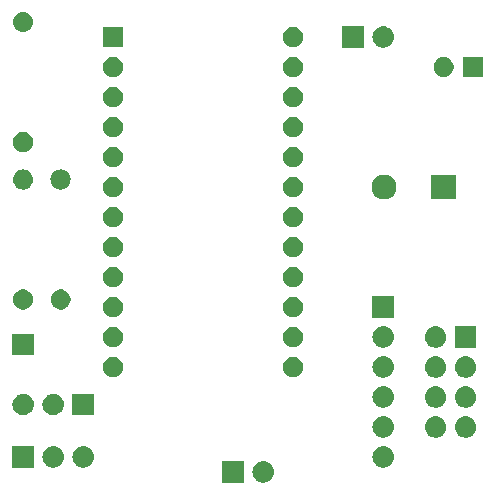
<source format=gbr>
G04 #@! TF.GenerationSoftware,KiCad,Pcbnew,5.0.1*
G04 #@! TF.CreationDate,2019-02-03T14:29:02+01:00*
G04 #@! TF.ProjectId,ardlantic,6172646C616E7469632E6B696361645F,rev?*
G04 #@! TF.SameCoordinates,Original*
G04 #@! TF.FileFunction,Soldermask,Top*
G04 #@! TF.FilePolarity,Negative*
%FSLAX46Y46*%
G04 Gerber Fmt 4.6, Leading zero omitted, Abs format (unit mm)*
G04 Created by KiCad (PCBNEW 5.0.1) date Sun 03 Feb 2019 02:29:02 PM CET*
%MOMM*%
%LPD*%
G01*
G04 APERTURE LIST*
%ADD10C,0.100000*%
G04 APERTURE END LIST*
D10*
G36*
X122030443Y-89275519D02*
X122096627Y-89282037D01*
X122209853Y-89316384D01*
X122266467Y-89333557D01*
X122396363Y-89402989D01*
X122422991Y-89417222D01*
X122458729Y-89446552D01*
X122560186Y-89529814D01*
X122643448Y-89631271D01*
X122672778Y-89667009D01*
X122672779Y-89667011D01*
X122756443Y-89823533D01*
X122756443Y-89823534D01*
X122807963Y-89993373D01*
X122825359Y-90170000D01*
X122807963Y-90346627D01*
X122773616Y-90459853D01*
X122756443Y-90516467D01*
X122682348Y-90655087D01*
X122672778Y-90672991D01*
X122643448Y-90708729D01*
X122560186Y-90810186D01*
X122458729Y-90893448D01*
X122422991Y-90922778D01*
X122422989Y-90922779D01*
X122266467Y-91006443D01*
X122209853Y-91023616D01*
X122096627Y-91057963D01*
X122030442Y-91064482D01*
X121964260Y-91071000D01*
X121875740Y-91071000D01*
X121809558Y-91064482D01*
X121743373Y-91057963D01*
X121630147Y-91023616D01*
X121573533Y-91006443D01*
X121417011Y-90922779D01*
X121417009Y-90922778D01*
X121381271Y-90893448D01*
X121279814Y-90810186D01*
X121196552Y-90708729D01*
X121167222Y-90672991D01*
X121157652Y-90655087D01*
X121083557Y-90516467D01*
X121066384Y-90459853D01*
X121032037Y-90346627D01*
X121014641Y-90170000D01*
X121032037Y-89993373D01*
X121083557Y-89823534D01*
X121083557Y-89823533D01*
X121167221Y-89667011D01*
X121167222Y-89667009D01*
X121196552Y-89631271D01*
X121279814Y-89529814D01*
X121381271Y-89446552D01*
X121417009Y-89417222D01*
X121443637Y-89402989D01*
X121573533Y-89333557D01*
X121630147Y-89316384D01*
X121743373Y-89282037D01*
X121809557Y-89275519D01*
X121875740Y-89269000D01*
X121964260Y-89269000D01*
X122030443Y-89275519D01*
X122030443Y-89275519D01*
G37*
G36*
X120281000Y-91071000D02*
X118479000Y-91071000D01*
X118479000Y-89269000D01*
X120281000Y-89269000D01*
X120281000Y-91071000D01*
X120281000Y-91071000D01*
G37*
G36*
X106790443Y-88005519D02*
X106856627Y-88012037D01*
X106969853Y-88046384D01*
X107026467Y-88063557D01*
X107165087Y-88137652D01*
X107182991Y-88147222D01*
X107218729Y-88176552D01*
X107320186Y-88259814D01*
X107403448Y-88361271D01*
X107432778Y-88397009D01*
X107432779Y-88397011D01*
X107516443Y-88553533D01*
X107516443Y-88553534D01*
X107567963Y-88723373D01*
X107585359Y-88900000D01*
X107567963Y-89076627D01*
X107533616Y-89189853D01*
X107516443Y-89246467D01*
X107497430Y-89282037D01*
X107432778Y-89402991D01*
X107403448Y-89438729D01*
X107320186Y-89540186D01*
X107218729Y-89623448D01*
X107182991Y-89652778D01*
X107182989Y-89652779D01*
X107026467Y-89736443D01*
X106969853Y-89753616D01*
X106856627Y-89787963D01*
X106790443Y-89794481D01*
X106724260Y-89801000D01*
X106635740Y-89801000D01*
X106569557Y-89794481D01*
X106503373Y-89787963D01*
X106390147Y-89753616D01*
X106333533Y-89736443D01*
X106177011Y-89652779D01*
X106177009Y-89652778D01*
X106141271Y-89623448D01*
X106039814Y-89540186D01*
X105956552Y-89438729D01*
X105927222Y-89402991D01*
X105862570Y-89282037D01*
X105843557Y-89246467D01*
X105826384Y-89189853D01*
X105792037Y-89076627D01*
X105774641Y-88900000D01*
X105792037Y-88723373D01*
X105843557Y-88553534D01*
X105843557Y-88553533D01*
X105927221Y-88397011D01*
X105927222Y-88397009D01*
X105956552Y-88361271D01*
X106039814Y-88259814D01*
X106141271Y-88176552D01*
X106177009Y-88147222D01*
X106194913Y-88137652D01*
X106333533Y-88063557D01*
X106390147Y-88046384D01*
X106503373Y-88012037D01*
X106569557Y-88005519D01*
X106635740Y-87999000D01*
X106724260Y-87999000D01*
X106790443Y-88005519D01*
X106790443Y-88005519D01*
G37*
G36*
X104250443Y-88005519D02*
X104316627Y-88012037D01*
X104429853Y-88046384D01*
X104486467Y-88063557D01*
X104625087Y-88137652D01*
X104642991Y-88147222D01*
X104678729Y-88176552D01*
X104780186Y-88259814D01*
X104863448Y-88361271D01*
X104892778Y-88397009D01*
X104892779Y-88397011D01*
X104976443Y-88553533D01*
X104976443Y-88553534D01*
X105027963Y-88723373D01*
X105045359Y-88900000D01*
X105027963Y-89076627D01*
X104993616Y-89189853D01*
X104976443Y-89246467D01*
X104957430Y-89282037D01*
X104892778Y-89402991D01*
X104863448Y-89438729D01*
X104780186Y-89540186D01*
X104678729Y-89623448D01*
X104642991Y-89652778D01*
X104642989Y-89652779D01*
X104486467Y-89736443D01*
X104429853Y-89753616D01*
X104316627Y-89787963D01*
X104250443Y-89794481D01*
X104184260Y-89801000D01*
X104095740Y-89801000D01*
X104029557Y-89794481D01*
X103963373Y-89787963D01*
X103850147Y-89753616D01*
X103793533Y-89736443D01*
X103637011Y-89652779D01*
X103637009Y-89652778D01*
X103601271Y-89623448D01*
X103499814Y-89540186D01*
X103416552Y-89438729D01*
X103387222Y-89402991D01*
X103322570Y-89282037D01*
X103303557Y-89246467D01*
X103286384Y-89189853D01*
X103252037Y-89076627D01*
X103234641Y-88900000D01*
X103252037Y-88723373D01*
X103303557Y-88553534D01*
X103303557Y-88553533D01*
X103387221Y-88397011D01*
X103387222Y-88397009D01*
X103416552Y-88361271D01*
X103499814Y-88259814D01*
X103601271Y-88176552D01*
X103637009Y-88147222D01*
X103654913Y-88137652D01*
X103793533Y-88063557D01*
X103850147Y-88046384D01*
X103963373Y-88012037D01*
X104029557Y-88005519D01*
X104095740Y-87999000D01*
X104184260Y-87999000D01*
X104250443Y-88005519D01*
X104250443Y-88005519D01*
G37*
G36*
X102501000Y-89801000D02*
X100699000Y-89801000D01*
X100699000Y-87999000D01*
X102501000Y-87999000D01*
X102501000Y-89801000D01*
X102501000Y-89801000D01*
G37*
G36*
X132190443Y-88005519D02*
X132256627Y-88012037D01*
X132369853Y-88046384D01*
X132426467Y-88063557D01*
X132565087Y-88137652D01*
X132582991Y-88147222D01*
X132618729Y-88176552D01*
X132720186Y-88259814D01*
X132803448Y-88361271D01*
X132832778Y-88397009D01*
X132832779Y-88397011D01*
X132916443Y-88553533D01*
X132916443Y-88553534D01*
X132967963Y-88723373D01*
X132985359Y-88900000D01*
X132967963Y-89076627D01*
X132933616Y-89189853D01*
X132916443Y-89246467D01*
X132897430Y-89282037D01*
X132832778Y-89402991D01*
X132803448Y-89438729D01*
X132720186Y-89540186D01*
X132618729Y-89623448D01*
X132582991Y-89652778D01*
X132582989Y-89652779D01*
X132426467Y-89736443D01*
X132369853Y-89753616D01*
X132256627Y-89787963D01*
X132190443Y-89794481D01*
X132124260Y-89801000D01*
X132035740Y-89801000D01*
X131969557Y-89794481D01*
X131903373Y-89787963D01*
X131790147Y-89753616D01*
X131733533Y-89736443D01*
X131577011Y-89652779D01*
X131577009Y-89652778D01*
X131541271Y-89623448D01*
X131439814Y-89540186D01*
X131356552Y-89438729D01*
X131327222Y-89402991D01*
X131262570Y-89282037D01*
X131243557Y-89246467D01*
X131226384Y-89189853D01*
X131192037Y-89076627D01*
X131174641Y-88900000D01*
X131192037Y-88723373D01*
X131243557Y-88553534D01*
X131243557Y-88553533D01*
X131327221Y-88397011D01*
X131327222Y-88397009D01*
X131356552Y-88361271D01*
X131439814Y-88259814D01*
X131541271Y-88176552D01*
X131577009Y-88147222D01*
X131594913Y-88137652D01*
X131733533Y-88063557D01*
X131790147Y-88046384D01*
X131903373Y-88012037D01*
X131969557Y-88005519D01*
X132035740Y-87999000D01*
X132124260Y-87999000D01*
X132190443Y-88005519D01*
X132190443Y-88005519D01*
G37*
G36*
X139175442Y-85465518D02*
X139241627Y-85472037D01*
X139354853Y-85506384D01*
X139411467Y-85523557D01*
X139550087Y-85597652D01*
X139567991Y-85607222D01*
X139603729Y-85636552D01*
X139705186Y-85719814D01*
X139788448Y-85821271D01*
X139817778Y-85857009D01*
X139817779Y-85857011D01*
X139901443Y-86013533D01*
X139901443Y-86013534D01*
X139952963Y-86183373D01*
X139970359Y-86360000D01*
X139952963Y-86536627D01*
X139918616Y-86649853D01*
X139901443Y-86706467D01*
X139827348Y-86845087D01*
X139817778Y-86862991D01*
X139788448Y-86898729D01*
X139705186Y-87000186D01*
X139603729Y-87083448D01*
X139567991Y-87112778D01*
X139567989Y-87112779D01*
X139411467Y-87196443D01*
X139354853Y-87213616D01*
X139241627Y-87247963D01*
X139175442Y-87254482D01*
X139109260Y-87261000D01*
X139020740Y-87261000D01*
X138954558Y-87254482D01*
X138888373Y-87247963D01*
X138775147Y-87213616D01*
X138718533Y-87196443D01*
X138562011Y-87112779D01*
X138562009Y-87112778D01*
X138526271Y-87083448D01*
X138424814Y-87000186D01*
X138341552Y-86898729D01*
X138312222Y-86862991D01*
X138302652Y-86845087D01*
X138228557Y-86706467D01*
X138211384Y-86649853D01*
X138177037Y-86536627D01*
X138159641Y-86360000D01*
X138177037Y-86183373D01*
X138228557Y-86013534D01*
X138228557Y-86013533D01*
X138312221Y-85857011D01*
X138312222Y-85857009D01*
X138341552Y-85821271D01*
X138424814Y-85719814D01*
X138526271Y-85636552D01*
X138562009Y-85607222D01*
X138579913Y-85597652D01*
X138718533Y-85523557D01*
X138775147Y-85506384D01*
X138888373Y-85472037D01*
X138954558Y-85465518D01*
X139020740Y-85459000D01*
X139109260Y-85459000D01*
X139175442Y-85465518D01*
X139175442Y-85465518D01*
G37*
G36*
X136635442Y-85465518D02*
X136701627Y-85472037D01*
X136814853Y-85506384D01*
X136871467Y-85523557D01*
X137010087Y-85597652D01*
X137027991Y-85607222D01*
X137063729Y-85636552D01*
X137165186Y-85719814D01*
X137248448Y-85821271D01*
X137277778Y-85857009D01*
X137277779Y-85857011D01*
X137361443Y-86013533D01*
X137361443Y-86013534D01*
X137412963Y-86183373D01*
X137430359Y-86360000D01*
X137412963Y-86536627D01*
X137378616Y-86649853D01*
X137361443Y-86706467D01*
X137287348Y-86845087D01*
X137277778Y-86862991D01*
X137248448Y-86898729D01*
X137165186Y-87000186D01*
X137063729Y-87083448D01*
X137027991Y-87112778D01*
X137027989Y-87112779D01*
X136871467Y-87196443D01*
X136814853Y-87213616D01*
X136701627Y-87247963D01*
X136635442Y-87254482D01*
X136569260Y-87261000D01*
X136480740Y-87261000D01*
X136414558Y-87254482D01*
X136348373Y-87247963D01*
X136235147Y-87213616D01*
X136178533Y-87196443D01*
X136022011Y-87112779D01*
X136022009Y-87112778D01*
X135986271Y-87083448D01*
X135884814Y-87000186D01*
X135801552Y-86898729D01*
X135772222Y-86862991D01*
X135762652Y-86845087D01*
X135688557Y-86706467D01*
X135671384Y-86649853D01*
X135637037Y-86536627D01*
X135619641Y-86360000D01*
X135637037Y-86183373D01*
X135688557Y-86013534D01*
X135688557Y-86013533D01*
X135772221Y-85857011D01*
X135772222Y-85857009D01*
X135801552Y-85821271D01*
X135884814Y-85719814D01*
X135986271Y-85636552D01*
X136022009Y-85607222D01*
X136039913Y-85597652D01*
X136178533Y-85523557D01*
X136235147Y-85506384D01*
X136348373Y-85472037D01*
X136414558Y-85465518D01*
X136480740Y-85459000D01*
X136569260Y-85459000D01*
X136635442Y-85465518D01*
X136635442Y-85465518D01*
G37*
G36*
X132190442Y-85465518D02*
X132256627Y-85472037D01*
X132369853Y-85506384D01*
X132426467Y-85523557D01*
X132565087Y-85597652D01*
X132582991Y-85607222D01*
X132618729Y-85636552D01*
X132720186Y-85719814D01*
X132803448Y-85821271D01*
X132832778Y-85857009D01*
X132832779Y-85857011D01*
X132916443Y-86013533D01*
X132916443Y-86013534D01*
X132967963Y-86183373D01*
X132985359Y-86360000D01*
X132967963Y-86536627D01*
X132933616Y-86649853D01*
X132916443Y-86706467D01*
X132842348Y-86845087D01*
X132832778Y-86862991D01*
X132803448Y-86898729D01*
X132720186Y-87000186D01*
X132618729Y-87083448D01*
X132582991Y-87112778D01*
X132582989Y-87112779D01*
X132426467Y-87196443D01*
X132369853Y-87213616D01*
X132256627Y-87247963D01*
X132190442Y-87254482D01*
X132124260Y-87261000D01*
X132035740Y-87261000D01*
X131969558Y-87254482D01*
X131903373Y-87247963D01*
X131790147Y-87213616D01*
X131733533Y-87196443D01*
X131577011Y-87112779D01*
X131577009Y-87112778D01*
X131541271Y-87083448D01*
X131439814Y-87000186D01*
X131356552Y-86898729D01*
X131327222Y-86862991D01*
X131317652Y-86845087D01*
X131243557Y-86706467D01*
X131226384Y-86649853D01*
X131192037Y-86536627D01*
X131174641Y-86360000D01*
X131192037Y-86183373D01*
X131243557Y-86013534D01*
X131243557Y-86013533D01*
X131327221Y-85857011D01*
X131327222Y-85857009D01*
X131356552Y-85821271D01*
X131439814Y-85719814D01*
X131541271Y-85636552D01*
X131577009Y-85607222D01*
X131594913Y-85597652D01*
X131733533Y-85523557D01*
X131790147Y-85506384D01*
X131903373Y-85472037D01*
X131969558Y-85465518D01*
X132035740Y-85459000D01*
X132124260Y-85459000D01*
X132190442Y-85465518D01*
X132190442Y-85465518D01*
G37*
G36*
X107581000Y-85356000D02*
X105779000Y-85356000D01*
X105779000Y-83554000D01*
X107581000Y-83554000D01*
X107581000Y-85356000D01*
X107581000Y-85356000D01*
G37*
G36*
X104250443Y-83560519D02*
X104316627Y-83567037D01*
X104429853Y-83601384D01*
X104486467Y-83618557D01*
X104625087Y-83692652D01*
X104642991Y-83702222D01*
X104678729Y-83731552D01*
X104780186Y-83814814D01*
X104863448Y-83916271D01*
X104892778Y-83952009D01*
X104892779Y-83952011D01*
X104976443Y-84108533D01*
X104976443Y-84108534D01*
X105027963Y-84278373D01*
X105045359Y-84455000D01*
X105027963Y-84631627D01*
X105020435Y-84656443D01*
X104976443Y-84801467D01*
X104902348Y-84940087D01*
X104892778Y-84957991D01*
X104863448Y-84993729D01*
X104780186Y-85095186D01*
X104678729Y-85178448D01*
X104642991Y-85207778D01*
X104642989Y-85207779D01*
X104486467Y-85291443D01*
X104429853Y-85308616D01*
X104316627Y-85342963D01*
X104250442Y-85349482D01*
X104184260Y-85356000D01*
X104095740Y-85356000D01*
X104029558Y-85349482D01*
X103963373Y-85342963D01*
X103850147Y-85308616D01*
X103793533Y-85291443D01*
X103637011Y-85207779D01*
X103637009Y-85207778D01*
X103601271Y-85178448D01*
X103499814Y-85095186D01*
X103416552Y-84993729D01*
X103387222Y-84957991D01*
X103377652Y-84940087D01*
X103303557Y-84801467D01*
X103259565Y-84656443D01*
X103252037Y-84631627D01*
X103234641Y-84455000D01*
X103252037Y-84278373D01*
X103303557Y-84108534D01*
X103303557Y-84108533D01*
X103387221Y-83952011D01*
X103387222Y-83952009D01*
X103416552Y-83916271D01*
X103499814Y-83814814D01*
X103601271Y-83731552D01*
X103637009Y-83702222D01*
X103654913Y-83692652D01*
X103793533Y-83618557D01*
X103850147Y-83601384D01*
X103963373Y-83567037D01*
X104029557Y-83560519D01*
X104095740Y-83554000D01*
X104184260Y-83554000D01*
X104250443Y-83560519D01*
X104250443Y-83560519D01*
G37*
G36*
X101710443Y-83560519D02*
X101776627Y-83567037D01*
X101889853Y-83601384D01*
X101946467Y-83618557D01*
X102085087Y-83692652D01*
X102102991Y-83702222D01*
X102138729Y-83731552D01*
X102240186Y-83814814D01*
X102323448Y-83916271D01*
X102352778Y-83952009D01*
X102352779Y-83952011D01*
X102436443Y-84108533D01*
X102436443Y-84108534D01*
X102487963Y-84278373D01*
X102505359Y-84455000D01*
X102487963Y-84631627D01*
X102480435Y-84656443D01*
X102436443Y-84801467D01*
X102362348Y-84940087D01*
X102352778Y-84957991D01*
X102323448Y-84993729D01*
X102240186Y-85095186D01*
X102138729Y-85178448D01*
X102102991Y-85207778D01*
X102102989Y-85207779D01*
X101946467Y-85291443D01*
X101889853Y-85308616D01*
X101776627Y-85342963D01*
X101710442Y-85349482D01*
X101644260Y-85356000D01*
X101555740Y-85356000D01*
X101489558Y-85349482D01*
X101423373Y-85342963D01*
X101310147Y-85308616D01*
X101253533Y-85291443D01*
X101097011Y-85207779D01*
X101097009Y-85207778D01*
X101061271Y-85178448D01*
X100959814Y-85095186D01*
X100876552Y-84993729D01*
X100847222Y-84957991D01*
X100837652Y-84940087D01*
X100763557Y-84801467D01*
X100719565Y-84656443D01*
X100712037Y-84631627D01*
X100694641Y-84455000D01*
X100712037Y-84278373D01*
X100763557Y-84108534D01*
X100763557Y-84108533D01*
X100847221Y-83952011D01*
X100847222Y-83952009D01*
X100876552Y-83916271D01*
X100959814Y-83814814D01*
X101061271Y-83731552D01*
X101097009Y-83702222D01*
X101114913Y-83692652D01*
X101253533Y-83618557D01*
X101310147Y-83601384D01*
X101423373Y-83567037D01*
X101489557Y-83560519D01*
X101555740Y-83554000D01*
X101644260Y-83554000D01*
X101710443Y-83560519D01*
X101710443Y-83560519D01*
G37*
G36*
X132190443Y-82925519D02*
X132256627Y-82932037D01*
X132369853Y-82966384D01*
X132426467Y-82983557D01*
X132565087Y-83057652D01*
X132582991Y-83067222D01*
X132618729Y-83096552D01*
X132720186Y-83179814D01*
X132803448Y-83281271D01*
X132832778Y-83317009D01*
X132832779Y-83317011D01*
X132916443Y-83473533D01*
X132916443Y-83473534D01*
X132967963Y-83643373D01*
X132985359Y-83820000D01*
X132967963Y-83996627D01*
X132934017Y-84108533D01*
X132916443Y-84166467D01*
X132856627Y-84278373D01*
X132832778Y-84322991D01*
X132803448Y-84358729D01*
X132720186Y-84460186D01*
X132618729Y-84543448D01*
X132582991Y-84572778D01*
X132582989Y-84572779D01*
X132426467Y-84656443D01*
X132369853Y-84673616D01*
X132256627Y-84707963D01*
X132190443Y-84714481D01*
X132124260Y-84721000D01*
X132035740Y-84721000D01*
X131969557Y-84714481D01*
X131903373Y-84707963D01*
X131790147Y-84673616D01*
X131733533Y-84656443D01*
X131577011Y-84572779D01*
X131577009Y-84572778D01*
X131541271Y-84543448D01*
X131439814Y-84460186D01*
X131356552Y-84358729D01*
X131327222Y-84322991D01*
X131303373Y-84278373D01*
X131243557Y-84166467D01*
X131225983Y-84108533D01*
X131192037Y-83996627D01*
X131174641Y-83820000D01*
X131192037Y-83643373D01*
X131243557Y-83473534D01*
X131243557Y-83473533D01*
X131327221Y-83317011D01*
X131327222Y-83317009D01*
X131356552Y-83281271D01*
X131439814Y-83179814D01*
X131541271Y-83096552D01*
X131577009Y-83067222D01*
X131594913Y-83057652D01*
X131733533Y-82983557D01*
X131790147Y-82966384D01*
X131903373Y-82932037D01*
X131969557Y-82925519D01*
X132035740Y-82919000D01*
X132124260Y-82919000D01*
X132190443Y-82925519D01*
X132190443Y-82925519D01*
G37*
G36*
X136635443Y-82925519D02*
X136701627Y-82932037D01*
X136814853Y-82966384D01*
X136871467Y-82983557D01*
X137010087Y-83057652D01*
X137027991Y-83067222D01*
X137063729Y-83096552D01*
X137165186Y-83179814D01*
X137248448Y-83281271D01*
X137277778Y-83317009D01*
X137277779Y-83317011D01*
X137361443Y-83473533D01*
X137361443Y-83473534D01*
X137412963Y-83643373D01*
X137430359Y-83820000D01*
X137412963Y-83996627D01*
X137379017Y-84108533D01*
X137361443Y-84166467D01*
X137301627Y-84278373D01*
X137277778Y-84322991D01*
X137248448Y-84358729D01*
X137165186Y-84460186D01*
X137063729Y-84543448D01*
X137027991Y-84572778D01*
X137027989Y-84572779D01*
X136871467Y-84656443D01*
X136814853Y-84673616D01*
X136701627Y-84707963D01*
X136635443Y-84714481D01*
X136569260Y-84721000D01*
X136480740Y-84721000D01*
X136414557Y-84714481D01*
X136348373Y-84707963D01*
X136235147Y-84673616D01*
X136178533Y-84656443D01*
X136022011Y-84572779D01*
X136022009Y-84572778D01*
X135986271Y-84543448D01*
X135884814Y-84460186D01*
X135801552Y-84358729D01*
X135772222Y-84322991D01*
X135748373Y-84278373D01*
X135688557Y-84166467D01*
X135670983Y-84108533D01*
X135637037Y-83996627D01*
X135619641Y-83820000D01*
X135637037Y-83643373D01*
X135688557Y-83473534D01*
X135688557Y-83473533D01*
X135772221Y-83317011D01*
X135772222Y-83317009D01*
X135801552Y-83281271D01*
X135884814Y-83179814D01*
X135986271Y-83096552D01*
X136022009Y-83067222D01*
X136039913Y-83057652D01*
X136178533Y-82983557D01*
X136235147Y-82966384D01*
X136348373Y-82932037D01*
X136414557Y-82925519D01*
X136480740Y-82919000D01*
X136569260Y-82919000D01*
X136635443Y-82925519D01*
X136635443Y-82925519D01*
G37*
G36*
X139175443Y-82925519D02*
X139241627Y-82932037D01*
X139354853Y-82966384D01*
X139411467Y-82983557D01*
X139550087Y-83057652D01*
X139567991Y-83067222D01*
X139603729Y-83096552D01*
X139705186Y-83179814D01*
X139788448Y-83281271D01*
X139817778Y-83317009D01*
X139817779Y-83317011D01*
X139901443Y-83473533D01*
X139901443Y-83473534D01*
X139952963Y-83643373D01*
X139970359Y-83820000D01*
X139952963Y-83996627D01*
X139919017Y-84108533D01*
X139901443Y-84166467D01*
X139841627Y-84278373D01*
X139817778Y-84322991D01*
X139788448Y-84358729D01*
X139705186Y-84460186D01*
X139603729Y-84543448D01*
X139567991Y-84572778D01*
X139567989Y-84572779D01*
X139411467Y-84656443D01*
X139354853Y-84673616D01*
X139241627Y-84707963D01*
X139175443Y-84714481D01*
X139109260Y-84721000D01*
X139020740Y-84721000D01*
X138954557Y-84714481D01*
X138888373Y-84707963D01*
X138775147Y-84673616D01*
X138718533Y-84656443D01*
X138562011Y-84572779D01*
X138562009Y-84572778D01*
X138526271Y-84543448D01*
X138424814Y-84460186D01*
X138341552Y-84358729D01*
X138312222Y-84322991D01*
X138288373Y-84278373D01*
X138228557Y-84166467D01*
X138210983Y-84108533D01*
X138177037Y-83996627D01*
X138159641Y-83820000D01*
X138177037Y-83643373D01*
X138228557Y-83473534D01*
X138228557Y-83473533D01*
X138312221Y-83317011D01*
X138312222Y-83317009D01*
X138341552Y-83281271D01*
X138424814Y-83179814D01*
X138526271Y-83096552D01*
X138562009Y-83067222D01*
X138579913Y-83057652D01*
X138718533Y-82983557D01*
X138775147Y-82966384D01*
X138888373Y-82932037D01*
X138954557Y-82925519D01*
X139020740Y-82919000D01*
X139109260Y-82919000D01*
X139175443Y-82925519D01*
X139175443Y-82925519D01*
G37*
G36*
X139175442Y-80385518D02*
X139241627Y-80392037D01*
X139354853Y-80426384D01*
X139411467Y-80443557D01*
X139550087Y-80517652D01*
X139567991Y-80527222D01*
X139603729Y-80556552D01*
X139705186Y-80639814D01*
X139785369Y-80737519D01*
X139817778Y-80777009D01*
X139817779Y-80777011D01*
X139901443Y-80933533D01*
X139901443Y-80933534D01*
X139952963Y-81103373D01*
X139970359Y-81280000D01*
X139952963Y-81456627D01*
X139931243Y-81528228D01*
X139901443Y-81626467D01*
X139827348Y-81765087D01*
X139817778Y-81782991D01*
X139788448Y-81818729D01*
X139705186Y-81920186D01*
X139603729Y-82003448D01*
X139567991Y-82032778D01*
X139567989Y-82032779D01*
X139411467Y-82116443D01*
X139363478Y-82131000D01*
X139241627Y-82167963D01*
X139175443Y-82174481D01*
X139109260Y-82181000D01*
X139020740Y-82181000D01*
X138954557Y-82174481D01*
X138888373Y-82167963D01*
X138766522Y-82131000D01*
X138718533Y-82116443D01*
X138562011Y-82032779D01*
X138562009Y-82032778D01*
X138526271Y-82003448D01*
X138424814Y-81920186D01*
X138341552Y-81818729D01*
X138312222Y-81782991D01*
X138302652Y-81765087D01*
X138228557Y-81626467D01*
X138198757Y-81528228D01*
X138177037Y-81456627D01*
X138159641Y-81280000D01*
X138177037Y-81103373D01*
X138228557Y-80933534D01*
X138228557Y-80933533D01*
X138312221Y-80777011D01*
X138312222Y-80777009D01*
X138344631Y-80737519D01*
X138424814Y-80639814D01*
X138526271Y-80556552D01*
X138562009Y-80527222D01*
X138579913Y-80517652D01*
X138718533Y-80443557D01*
X138775147Y-80426384D01*
X138888373Y-80392037D01*
X138954558Y-80385518D01*
X139020740Y-80379000D01*
X139109260Y-80379000D01*
X139175442Y-80385518D01*
X139175442Y-80385518D01*
G37*
G36*
X136635442Y-80385518D02*
X136701627Y-80392037D01*
X136814853Y-80426384D01*
X136871467Y-80443557D01*
X137010087Y-80517652D01*
X137027991Y-80527222D01*
X137063729Y-80556552D01*
X137165186Y-80639814D01*
X137245369Y-80737519D01*
X137277778Y-80777009D01*
X137277779Y-80777011D01*
X137361443Y-80933533D01*
X137361443Y-80933534D01*
X137412963Y-81103373D01*
X137430359Y-81280000D01*
X137412963Y-81456627D01*
X137391243Y-81528228D01*
X137361443Y-81626467D01*
X137287348Y-81765087D01*
X137277778Y-81782991D01*
X137248448Y-81818729D01*
X137165186Y-81920186D01*
X137063729Y-82003448D01*
X137027991Y-82032778D01*
X137027989Y-82032779D01*
X136871467Y-82116443D01*
X136823478Y-82131000D01*
X136701627Y-82167963D01*
X136635443Y-82174481D01*
X136569260Y-82181000D01*
X136480740Y-82181000D01*
X136414557Y-82174481D01*
X136348373Y-82167963D01*
X136226522Y-82131000D01*
X136178533Y-82116443D01*
X136022011Y-82032779D01*
X136022009Y-82032778D01*
X135986271Y-82003448D01*
X135884814Y-81920186D01*
X135801552Y-81818729D01*
X135772222Y-81782991D01*
X135762652Y-81765087D01*
X135688557Y-81626467D01*
X135658757Y-81528228D01*
X135637037Y-81456627D01*
X135619641Y-81280000D01*
X135637037Y-81103373D01*
X135688557Y-80933534D01*
X135688557Y-80933533D01*
X135772221Y-80777011D01*
X135772222Y-80777009D01*
X135804631Y-80737519D01*
X135884814Y-80639814D01*
X135986271Y-80556552D01*
X136022009Y-80527222D01*
X136039913Y-80517652D01*
X136178533Y-80443557D01*
X136235147Y-80426384D01*
X136348373Y-80392037D01*
X136414558Y-80385518D01*
X136480740Y-80379000D01*
X136569260Y-80379000D01*
X136635442Y-80385518D01*
X136635442Y-80385518D01*
G37*
G36*
X132190442Y-80385518D02*
X132256627Y-80392037D01*
X132369853Y-80426384D01*
X132426467Y-80443557D01*
X132565087Y-80517652D01*
X132582991Y-80527222D01*
X132618729Y-80556552D01*
X132720186Y-80639814D01*
X132800369Y-80737519D01*
X132832778Y-80777009D01*
X132832779Y-80777011D01*
X132916443Y-80933533D01*
X132916443Y-80933534D01*
X132967963Y-81103373D01*
X132985359Y-81280000D01*
X132967963Y-81456627D01*
X132946243Y-81528228D01*
X132916443Y-81626467D01*
X132842348Y-81765087D01*
X132832778Y-81782991D01*
X132803448Y-81818729D01*
X132720186Y-81920186D01*
X132618729Y-82003448D01*
X132582991Y-82032778D01*
X132582989Y-82032779D01*
X132426467Y-82116443D01*
X132378478Y-82131000D01*
X132256627Y-82167963D01*
X132190443Y-82174481D01*
X132124260Y-82181000D01*
X132035740Y-82181000D01*
X131969557Y-82174481D01*
X131903373Y-82167963D01*
X131781522Y-82131000D01*
X131733533Y-82116443D01*
X131577011Y-82032779D01*
X131577009Y-82032778D01*
X131541271Y-82003448D01*
X131439814Y-81920186D01*
X131356552Y-81818729D01*
X131327222Y-81782991D01*
X131317652Y-81765087D01*
X131243557Y-81626467D01*
X131213757Y-81528228D01*
X131192037Y-81456627D01*
X131174641Y-81280000D01*
X131192037Y-81103373D01*
X131243557Y-80933534D01*
X131243557Y-80933533D01*
X131327221Y-80777011D01*
X131327222Y-80777009D01*
X131359631Y-80737519D01*
X131439814Y-80639814D01*
X131541271Y-80556552D01*
X131577009Y-80527222D01*
X131594913Y-80517652D01*
X131733533Y-80443557D01*
X131790147Y-80426384D01*
X131903373Y-80392037D01*
X131969558Y-80385518D01*
X132035740Y-80379000D01*
X132124260Y-80379000D01*
X132190442Y-80385518D01*
X132190442Y-80385518D01*
G37*
G36*
X124708228Y-80461703D02*
X124863100Y-80525853D01*
X125002481Y-80618985D01*
X125121015Y-80737519D01*
X125214147Y-80876900D01*
X125278297Y-81031772D01*
X125311000Y-81196184D01*
X125311000Y-81363816D01*
X125278297Y-81528228D01*
X125214147Y-81683100D01*
X125121015Y-81822481D01*
X125002481Y-81941015D01*
X124863100Y-82034147D01*
X124708228Y-82098297D01*
X124543816Y-82131000D01*
X124376184Y-82131000D01*
X124211772Y-82098297D01*
X124056900Y-82034147D01*
X123917519Y-81941015D01*
X123798985Y-81822481D01*
X123705853Y-81683100D01*
X123641703Y-81528228D01*
X123609000Y-81363816D01*
X123609000Y-81196184D01*
X123641703Y-81031772D01*
X123705853Y-80876900D01*
X123798985Y-80737519D01*
X123917519Y-80618985D01*
X124056900Y-80525853D01*
X124211772Y-80461703D01*
X124376184Y-80429000D01*
X124543816Y-80429000D01*
X124708228Y-80461703D01*
X124708228Y-80461703D01*
G37*
G36*
X109468228Y-80461703D02*
X109623100Y-80525853D01*
X109762481Y-80618985D01*
X109881015Y-80737519D01*
X109974147Y-80876900D01*
X110038297Y-81031772D01*
X110071000Y-81196184D01*
X110071000Y-81363816D01*
X110038297Y-81528228D01*
X109974147Y-81683100D01*
X109881015Y-81822481D01*
X109762481Y-81941015D01*
X109623100Y-82034147D01*
X109468228Y-82098297D01*
X109303816Y-82131000D01*
X109136184Y-82131000D01*
X108971772Y-82098297D01*
X108816900Y-82034147D01*
X108677519Y-81941015D01*
X108558985Y-81822481D01*
X108465853Y-81683100D01*
X108401703Y-81528228D01*
X108369000Y-81363816D01*
X108369000Y-81196184D01*
X108401703Y-81031772D01*
X108465853Y-80876900D01*
X108558985Y-80737519D01*
X108677519Y-80618985D01*
X108816900Y-80525853D01*
X108971772Y-80461703D01*
X109136184Y-80429000D01*
X109303816Y-80429000D01*
X109468228Y-80461703D01*
X109468228Y-80461703D01*
G37*
G36*
X102501000Y-80276000D02*
X100699000Y-80276000D01*
X100699000Y-78474000D01*
X102501000Y-78474000D01*
X102501000Y-80276000D01*
X102501000Y-80276000D01*
G37*
G36*
X139966000Y-79641000D02*
X138164000Y-79641000D01*
X138164000Y-77839000D01*
X139966000Y-77839000D01*
X139966000Y-79641000D01*
X139966000Y-79641000D01*
G37*
G36*
X136635443Y-77845519D02*
X136701627Y-77852037D01*
X136814853Y-77886384D01*
X136871467Y-77903557D01*
X137010087Y-77977652D01*
X137027991Y-77987222D01*
X137063729Y-78016552D01*
X137165186Y-78099814D01*
X137245369Y-78197519D01*
X137277778Y-78237009D01*
X137277779Y-78237011D01*
X137361443Y-78393533D01*
X137361443Y-78393534D01*
X137412963Y-78563373D01*
X137430359Y-78740000D01*
X137412963Y-78916627D01*
X137391243Y-78988228D01*
X137361443Y-79086467D01*
X137287348Y-79225087D01*
X137277778Y-79242991D01*
X137248448Y-79278729D01*
X137165186Y-79380186D01*
X137063729Y-79463448D01*
X137027991Y-79492778D01*
X137027989Y-79492779D01*
X136871467Y-79576443D01*
X136823478Y-79591000D01*
X136701627Y-79627963D01*
X136635442Y-79634482D01*
X136569260Y-79641000D01*
X136480740Y-79641000D01*
X136414558Y-79634482D01*
X136348373Y-79627963D01*
X136226522Y-79591000D01*
X136178533Y-79576443D01*
X136022011Y-79492779D01*
X136022009Y-79492778D01*
X135986271Y-79463448D01*
X135884814Y-79380186D01*
X135801552Y-79278729D01*
X135772222Y-79242991D01*
X135762652Y-79225087D01*
X135688557Y-79086467D01*
X135658757Y-78988228D01*
X135637037Y-78916627D01*
X135619641Y-78740000D01*
X135637037Y-78563373D01*
X135688557Y-78393534D01*
X135688557Y-78393533D01*
X135772221Y-78237011D01*
X135772222Y-78237009D01*
X135804631Y-78197519D01*
X135884814Y-78099814D01*
X135986271Y-78016552D01*
X136022009Y-77987222D01*
X136039913Y-77977652D01*
X136178533Y-77903557D01*
X136235147Y-77886384D01*
X136348373Y-77852037D01*
X136414557Y-77845519D01*
X136480740Y-77839000D01*
X136569260Y-77839000D01*
X136635443Y-77845519D01*
X136635443Y-77845519D01*
G37*
G36*
X132190443Y-77845519D02*
X132256627Y-77852037D01*
X132369853Y-77886384D01*
X132426467Y-77903557D01*
X132565087Y-77977652D01*
X132582991Y-77987222D01*
X132618729Y-78016552D01*
X132720186Y-78099814D01*
X132800369Y-78197519D01*
X132832778Y-78237009D01*
X132832779Y-78237011D01*
X132916443Y-78393533D01*
X132916443Y-78393534D01*
X132967963Y-78563373D01*
X132985359Y-78740000D01*
X132967963Y-78916627D01*
X132946243Y-78988228D01*
X132916443Y-79086467D01*
X132842348Y-79225087D01*
X132832778Y-79242991D01*
X132803448Y-79278729D01*
X132720186Y-79380186D01*
X132618729Y-79463448D01*
X132582991Y-79492778D01*
X132582989Y-79492779D01*
X132426467Y-79576443D01*
X132378478Y-79591000D01*
X132256627Y-79627963D01*
X132190442Y-79634482D01*
X132124260Y-79641000D01*
X132035740Y-79641000D01*
X131969558Y-79634482D01*
X131903373Y-79627963D01*
X131781522Y-79591000D01*
X131733533Y-79576443D01*
X131577011Y-79492779D01*
X131577009Y-79492778D01*
X131541271Y-79463448D01*
X131439814Y-79380186D01*
X131356552Y-79278729D01*
X131327222Y-79242991D01*
X131317652Y-79225087D01*
X131243557Y-79086467D01*
X131213757Y-78988228D01*
X131192037Y-78916627D01*
X131174641Y-78740000D01*
X131192037Y-78563373D01*
X131243557Y-78393534D01*
X131243557Y-78393533D01*
X131327221Y-78237011D01*
X131327222Y-78237009D01*
X131359631Y-78197519D01*
X131439814Y-78099814D01*
X131541271Y-78016552D01*
X131577009Y-77987222D01*
X131594913Y-77977652D01*
X131733533Y-77903557D01*
X131790147Y-77886384D01*
X131903373Y-77852037D01*
X131969557Y-77845519D01*
X132035740Y-77839000D01*
X132124260Y-77839000D01*
X132190443Y-77845519D01*
X132190443Y-77845519D01*
G37*
G36*
X124708228Y-77921703D02*
X124863100Y-77985853D01*
X125002481Y-78078985D01*
X125121015Y-78197519D01*
X125214147Y-78336900D01*
X125278297Y-78491772D01*
X125311000Y-78656184D01*
X125311000Y-78823816D01*
X125278297Y-78988228D01*
X125214147Y-79143100D01*
X125121015Y-79282481D01*
X125002481Y-79401015D01*
X124863100Y-79494147D01*
X124708228Y-79558297D01*
X124543816Y-79591000D01*
X124376184Y-79591000D01*
X124211772Y-79558297D01*
X124056900Y-79494147D01*
X123917519Y-79401015D01*
X123798985Y-79282481D01*
X123705853Y-79143100D01*
X123641703Y-78988228D01*
X123609000Y-78823816D01*
X123609000Y-78656184D01*
X123641703Y-78491772D01*
X123705853Y-78336900D01*
X123798985Y-78197519D01*
X123917519Y-78078985D01*
X124056900Y-77985853D01*
X124211772Y-77921703D01*
X124376184Y-77889000D01*
X124543816Y-77889000D01*
X124708228Y-77921703D01*
X124708228Y-77921703D01*
G37*
G36*
X109468228Y-77921703D02*
X109623100Y-77985853D01*
X109762481Y-78078985D01*
X109881015Y-78197519D01*
X109974147Y-78336900D01*
X110038297Y-78491772D01*
X110071000Y-78656184D01*
X110071000Y-78823816D01*
X110038297Y-78988228D01*
X109974147Y-79143100D01*
X109881015Y-79282481D01*
X109762481Y-79401015D01*
X109623100Y-79494147D01*
X109468228Y-79558297D01*
X109303816Y-79591000D01*
X109136184Y-79591000D01*
X108971772Y-79558297D01*
X108816900Y-79494147D01*
X108677519Y-79401015D01*
X108558985Y-79282481D01*
X108465853Y-79143100D01*
X108401703Y-78988228D01*
X108369000Y-78823816D01*
X108369000Y-78656184D01*
X108401703Y-78491772D01*
X108465853Y-78336900D01*
X108558985Y-78197519D01*
X108677519Y-78078985D01*
X108816900Y-77985853D01*
X108971772Y-77921703D01*
X109136184Y-77889000D01*
X109303816Y-77889000D01*
X109468228Y-77921703D01*
X109468228Y-77921703D01*
G37*
G36*
X132981000Y-77101000D02*
X131179000Y-77101000D01*
X131179000Y-75299000D01*
X132981000Y-75299000D01*
X132981000Y-77101000D01*
X132981000Y-77101000D01*
G37*
G36*
X109468228Y-75381703D02*
X109623100Y-75445853D01*
X109762481Y-75538985D01*
X109881015Y-75657519D01*
X109974147Y-75796900D01*
X110038297Y-75951772D01*
X110071000Y-76116184D01*
X110071000Y-76283816D01*
X110038297Y-76448228D01*
X109974147Y-76603100D01*
X109881015Y-76742481D01*
X109762481Y-76861015D01*
X109623100Y-76954147D01*
X109468228Y-77018297D01*
X109303816Y-77051000D01*
X109136184Y-77051000D01*
X108971772Y-77018297D01*
X108816900Y-76954147D01*
X108677519Y-76861015D01*
X108558985Y-76742481D01*
X108465853Y-76603100D01*
X108401703Y-76448228D01*
X108369000Y-76283816D01*
X108369000Y-76116184D01*
X108401703Y-75951772D01*
X108465853Y-75796900D01*
X108558985Y-75657519D01*
X108677519Y-75538985D01*
X108816900Y-75445853D01*
X108971772Y-75381703D01*
X109136184Y-75349000D01*
X109303816Y-75349000D01*
X109468228Y-75381703D01*
X109468228Y-75381703D01*
G37*
G36*
X124708228Y-75381703D02*
X124863100Y-75445853D01*
X125002481Y-75538985D01*
X125121015Y-75657519D01*
X125214147Y-75796900D01*
X125278297Y-75951772D01*
X125311000Y-76116184D01*
X125311000Y-76283816D01*
X125278297Y-76448228D01*
X125214147Y-76603100D01*
X125121015Y-76742481D01*
X125002481Y-76861015D01*
X124863100Y-76954147D01*
X124708228Y-77018297D01*
X124543816Y-77051000D01*
X124376184Y-77051000D01*
X124211772Y-77018297D01*
X124056900Y-76954147D01*
X123917519Y-76861015D01*
X123798985Y-76742481D01*
X123705853Y-76603100D01*
X123641703Y-76448228D01*
X123609000Y-76283816D01*
X123609000Y-76116184D01*
X123641703Y-75951772D01*
X123705853Y-75796900D01*
X123798985Y-75657519D01*
X123917519Y-75538985D01*
X124056900Y-75445853D01*
X124211772Y-75381703D01*
X124376184Y-75349000D01*
X124543816Y-75349000D01*
X124708228Y-75381703D01*
X124708228Y-75381703D01*
G37*
G36*
X101848228Y-74746703D02*
X102003100Y-74810853D01*
X102142481Y-74903985D01*
X102261015Y-75022519D01*
X102354147Y-75161900D01*
X102418297Y-75316772D01*
X102451000Y-75481184D01*
X102451000Y-75648816D01*
X102418297Y-75813228D01*
X102354147Y-75968100D01*
X102261015Y-76107481D01*
X102142481Y-76226015D01*
X102003100Y-76319147D01*
X101848228Y-76383297D01*
X101683816Y-76416000D01*
X101516184Y-76416000D01*
X101351772Y-76383297D01*
X101196900Y-76319147D01*
X101057519Y-76226015D01*
X100938985Y-76107481D01*
X100845853Y-75968100D01*
X100781703Y-75813228D01*
X100749000Y-75648816D01*
X100749000Y-75481184D01*
X100781703Y-75316772D01*
X100845853Y-75161900D01*
X100938985Y-75022519D01*
X101057519Y-74903985D01*
X101196900Y-74810853D01*
X101351772Y-74746703D01*
X101516184Y-74714000D01*
X101683816Y-74714000D01*
X101848228Y-74746703D01*
X101848228Y-74746703D01*
G37*
G36*
X105023228Y-74746703D02*
X105178100Y-74810853D01*
X105317481Y-74903985D01*
X105436015Y-75022519D01*
X105529147Y-75161900D01*
X105593297Y-75316772D01*
X105626000Y-75481184D01*
X105626000Y-75648816D01*
X105593297Y-75813228D01*
X105529147Y-75968100D01*
X105436015Y-76107481D01*
X105317481Y-76226015D01*
X105178100Y-76319147D01*
X105023228Y-76383297D01*
X104858816Y-76416000D01*
X104691184Y-76416000D01*
X104526772Y-76383297D01*
X104371900Y-76319147D01*
X104232519Y-76226015D01*
X104113985Y-76107481D01*
X104020853Y-75968100D01*
X103956703Y-75813228D01*
X103924000Y-75648816D01*
X103924000Y-75481184D01*
X103956703Y-75316772D01*
X104020853Y-75161900D01*
X104113985Y-75022519D01*
X104232519Y-74903985D01*
X104371900Y-74810853D01*
X104526772Y-74746703D01*
X104691184Y-74714000D01*
X104858816Y-74714000D01*
X105023228Y-74746703D01*
X105023228Y-74746703D01*
G37*
G36*
X124708228Y-72841703D02*
X124863100Y-72905853D01*
X125002481Y-72998985D01*
X125121015Y-73117519D01*
X125214147Y-73256900D01*
X125278297Y-73411772D01*
X125311000Y-73576184D01*
X125311000Y-73743816D01*
X125278297Y-73908228D01*
X125214147Y-74063100D01*
X125121015Y-74202481D01*
X125002481Y-74321015D01*
X124863100Y-74414147D01*
X124708228Y-74478297D01*
X124543816Y-74511000D01*
X124376184Y-74511000D01*
X124211772Y-74478297D01*
X124056900Y-74414147D01*
X123917519Y-74321015D01*
X123798985Y-74202481D01*
X123705853Y-74063100D01*
X123641703Y-73908228D01*
X123609000Y-73743816D01*
X123609000Y-73576184D01*
X123641703Y-73411772D01*
X123705853Y-73256900D01*
X123798985Y-73117519D01*
X123917519Y-72998985D01*
X124056900Y-72905853D01*
X124211772Y-72841703D01*
X124376184Y-72809000D01*
X124543816Y-72809000D01*
X124708228Y-72841703D01*
X124708228Y-72841703D01*
G37*
G36*
X109468228Y-72841703D02*
X109623100Y-72905853D01*
X109762481Y-72998985D01*
X109881015Y-73117519D01*
X109974147Y-73256900D01*
X110038297Y-73411772D01*
X110071000Y-73576184D01*
X110071000Y-73743816D01*
X110038297Y-73908228D01*
X109974147Y-74063100D01*
X109881015Y-74202481D01*
X109762481Y-74321015D01*
X109623100Y-74414147D01*
X109468228Y-74478297D01*
X109303816Y-74511000D01*
X109136184Y-74511000D01*
X108971772Y-74478297D01*
X108816900Y-74414147D01*
X108677519Y-74321015D01*
X108558985Y-74202481D01*
X108465853Y-74063100D01*
X108401703Y-73908228D01*
X108369000Y-73743816D01*
X108369000Y-73576184D01*
X108401703Y-73411772D01*
X108465853Y-73256900D01*
X108558985Y-73117519D01*
X108677519Y-72998985D01*
X108816900Y-72905853D01*
X108971772Y-72841703D01*
X109136184Y-72809000D01*
X109303816Y-72809000D01*
X109468228Y-72841703D01*
X109468228Y-72841703D01*
G37*
G36*
X109468228Y-70301703D02*
X109623100Y-70365853D01*
X109762481Y-70458985D01*
X109881015Y-70577519D01*
X109974147Y-70716900D01*
X110038297Y-70871772D01*
X110071000Y-71036184D01*
X110071000Y-71203816D01*
X110038297Y-71368228D01*
X109974147Y-71523100D01*
X109881015Y-71662481D01*
X109762481Y-71781015D01*
X109623100Y-71874147D01*
X109468228Y-71938297D01*
X109303816Y-71971000D01*
X109136184Y-71971000D01*
X108971772Y-71938297D01*
X108816900Y-71874147D01*
X108677519Y-71781015D01*
X108558985Y-71662481D01*
X108465853Y-71523100D01*
X108401703Y-71368228D01*
X108369000Y-71203816D01*
X108369000Y-71036184D01*
X108401703Y-70871772D01*
X108465853Y-70716900D01*
X108558985Y-70577519D01*
X108677519Y-70458985D01*
X108816900Y-70365853D01*
X108971772Y-70301703D01*
X109136184Y-70269000D01*
X109303816Y-70269000D01*
X109468228Y-70301703D01*
X109468228Y-70301703D01*
G37*
G36*
X124708228Y-70301703D02*
X124863100Y-70365853D01*
X125002481Y-70458985D01*
X125121015Y-70577519D01*
X125214147Y-70716900D01*
X125278297Y-70871772D01*
X125311000Y-71036184D01*
X125311000Y-71203816D01*
X125278297Y-71368228D01*
X125214147Y-71523100D01*
X125121015Y-71662481D01*
X125002481Y-71781015D01*
X124863100Y-71874147D01*
X124708228Y-71938297D01*
X124543816Y-71971000D01*
X124376184Y-71971000D01*
X124211772Y-71938297D01*
X124056900Y-71874147D01*
X123917519Y-71781015D01*
X123798985Y-71662481D01*
X123705853Y-71523100D01*
X123641703Y-71368228D01*
X123609000Y-71203816D01*
X123609000Y-71036184D01*
X123641703Y-70871772D01*
X123705853Y-70716900D01*
X123798985Y-70577519D01*
X123917519Y-70458985D01*
X124056900Y-70365853D01*
X124211772Y-70301703D01*
X124376184Y-70269000D01*
X124543816Y-70269000D01*
X124708228Y-70301703D01*
X124708228Y-70301703D01*
G37*
G36*
X124708228Y-67761703D02*
X124863100Y-67825853D01*
X125002481Y-67918985D01*
X125121015Y-68037519D01*
X125214147Y-68176900D01*
X125278297Y-68331772D01*
X125311000Y-68496184D01*
X125311000Y-68663816D01*
X125278297Y-68828228D01*
X125214147Y-68983100D01*
X125121015Y-69122481D01*
X125002481Y-69241015D01*
X124863100Y-69334147D01*
X124708228Y-69398297D01*
X124543816Y-69431000D01*
X124376184Y-69431000D01*
X124211772Y-69398297D01*
X124056900Y-69334147D01*
X123917519Y-69241015D01*
X123798985Y-69122481D01*
X123705853Y-68983100D01*
X123641703Y-68828228D01*
X123609000Y-68663816D01*
X123609000Y-68496184D01*
X123641703Y-68331772D01*
X123705853Y-68176900D01*
X123798985Y-68037519D01*
X123917519Y-67918985D01*
X124056900Y-67825853D01*
X124211772Y-67761703D01*
X124376184Y-67729000D01*
X124543816Y-67729000D01*
X124708228Y-67761703D01*
X124708228Y-67761703D01*
G37*
G36*
X109468228Y-67761703D02*
X109623100Y-67825853D01*
X109762481Y-67918985D01*
X109881015Y-68037519D01*
X109974147Y-68176900D01*
X110038297Y-68331772D01*
X110071000Y-68496184D01*
X110071000Y-68663816D01*
X110038297Y-68828228D01*
X109974147Y-68983100D01*
X109881015Y-69122481D01*
X109762481Y-69241015D01*
X109623100Y-69334147D01*
X109468228Y-69398297D01*
X109303816Y-69431000D01*
X109136184Y-69431000D01*
X108971772Y-69398297D01*
X108816900Y-69334147D01*
X108677519Y-69241015D01*
X108558985Y-69122481D01*
X108465853Y-68983100D01*
X108401703Y-68828228D01*
X108369000Y-68663816D01*
X108369000Y-68496184D01*
X108401703Y-68331772D01*
X108465853Y-68176900D01*
X108558985Y-68037519D01*
X108677519Y-67918985D01*
X108816900Y-67825853D01*
X108971772Y-67761703D01*
X109136184Y-67729000D01*
X109303816Y-67729000D01*
X109468228Y-67761703D01*
X109468228Y-67761703D01*
G37*
G36*
X138211000Y-67091000D02*
X136109000Y-67091000D01*
X136109000Y-64989000D01*
X138211000Y-64989000D01*
X138211000Y-67091000D01*
X138211000Y-67091000D01*
G37*
G36*
X132466565Y-65029389D02*
X132657834Y-65108615D01*
X132829976Y-65223637D01*
X132976363Y-65370024D01*
X133091385Y-65542166D01*
X133170611Y-65733435D01*
X133211000Y-65936484D01*
X133211000Y-66143516D01*
X133170611Y-66346565D01*
X133091385Y-66537834D01*
X132976363Y-66709976D01*
X132829976Y-66856363D01*
X132657834Y-66971385D01*
X132466565Y-67050611D01*
X132263516Y-67091000D01*
X132056484Y-67091000D01*
X131853435Y-67050611D01*
X131662166Y-66971385D01*
X131490024Y-66856363D01*
X131343637Y-66709976D01*
X131228615Y-66537834D01*
X131149389Y-66346565D01*
X131109000Y-66143516D01*
X131109000Y-65936484D01*
X131149389Y-65733435D01*
X131228615Y-65542166D01*
X131343637Y-65370024D01*
X131490024Y-65223637D01*
X131662166Y-65108615D01*
X131853435Y-65029389D01*
X132056484Y-64989000D01*
X132263516Y-64989000D01*
X132466565Y-65029389D01*
X132466565Y-65029389D01*
G37*
G36*
X124708228Y-65221703D02*
X124863100Y-65285853D01*
X125002481Y-65378985D01*
X125121015Y-65497519D01*
X125214147Y-65636900D01*
X125278297Y-65791772D01*
X125311000Y-65956184D01*
X125311000Y-66123816D01*
X125278297Y-66288228D01*
X125214147Y-66443100D01*
X125121015Y-66582481D01*
X125002481Y-66701015D01*
X124863100Y-66794147D01*
X124708228Y-66858297D01*
X124543816Y-66891000D01*
X124376184Y-66891000D01*
X124211772Y-66858297D01*
X124056900Y-66794147D01*
X123917519Y-66701015D01*
X123798985Y-66582481D01*
X123705853Y-66443100D01*
X123641703Y-66288228D01*
X123609000Y-66123816D01*
X123609000Y-65956184D01*
X123641703Y-65791772D01*
X123705853Y-65636900D01*
X123798985Y-65497519D01*
X123917519Y-65378985D01*
X124056900Y-65285853D01*
X124211772Y-65221703D01*
X124376184Y-65189000D01*
X124543816Y-65189000D01*
X124708228Y-65221703D01*
X124708228Y-65221703D01*
G37*
G36*
X109468228Y-65221703D02*
X109623100Y-65285853D01*
X109762481Y-65378985D01*
X109881015Y-65497519D01*
X109974147Y-65636900D01*
X110038297Y-65791772D01*
X110071000Y-65956184D01*
X110071000Y-66123816D01*
X110038297Y-66288228D01*
X109974147Y-66443100D01*
X109881015Y-66582481D01*
X109762481Y-66701015D01*
X109623100Y-66794147D01*
X109468228Y-66858297D01*
X109303816Y-66891000D01*
X109136184Y-66891000D01*
X108971772Y-66858297D01*
X108816900Y-66794147D01*
X108677519Y-66701015D01*
X108558985Y-66582481D01*
X108465853Y-66443100D01*
X108401703Y-66288228D01*
X108369000Y-66123816D01*
X108369000Y-65956184D01*
X108401703Y-65791772D01*
X108465853Y-65636900D01*
X108558985Y-65497519D01*
X108677519Y-65378985D01*
X108816900Y-65285853D01*
X108971772Y-65221703D01*
X109136184Y-65189000D01*
X109303816Y-65189000D01*
X109468228Y-65221703D01*
X109468228Y-65221703D01*
G37*
G36*
X104941821Y-64566313D02*
X104941824Y-64566314D01*
X104941825Y-64566314D01*
X105102239Y-64614975D01*
X105102241Y-64614976D01*
X105102244Y-64614977D01*
X105250078Y-64693995D01*
X105379659Y-64800341D01*
X105486005Y-64929922D01*
X105565023Y-65077756D01*
X105565024Y-65077759D01*
X105565025Y-65077761D01*
X105609275Y-65223635D01*
X105613687Y-65238179D01*
X105630117Y-65405000D01*
X105613687Y-65571821D01*
X105613686Y-65571824D01*
X105613686Y-65571825D01*
X105593946Y-65636900D01*
X105565023Y-65732244D01*
X105486005Y-65880078D01*
X105379659Y-66009659D01*
X105250078Y-66116005D01*
X105102244Y-66195023D01*
X105102241Y-66195024D01*
X105102239Y-66195025D01*
X104941825Y-66243686D01*
X104941824Y-66243686D01*
X104941821Y-66243687D01*
X104816804Y-66256000D01*
X104733196Y-66256000D01*
X104608179Y-66243687D01*
X104608176Y-66243686D01*
X104608175Y-66243686D01*
X104447761Y-66195025D01*
X104447759Y-66195024D01*
X104447756Y-66195023D01*
X104299922Y-66116005D01*
X104170341Y-66009659D01*
X104063995Y-65880078D01*
X103984977Y-65732244D01*
X103956055Y-65636900D01*
X103936314Y-65571825D01*
X103936314Y-65571824D01*
X103936313Y-65571821D01*
X103919883Y-65405000D01*
X103936313Y-65238179D01*
X103940725Y-65223635D01*
X103984975Y-65077761D01*
X103984976Y-65077759D01*
X103984977Y-65077756D01*
X104063995Y-64929922D01*
X104170341Y-64800341D01*
X104299922Y-64693995D01*
X104447756Y-64614977D01*
X104447759Y-64614976D01*
X104447761Y-64614975D01*
X104608175Y-64566314D01*
X104608176Y-64566314D01*
X104608179Y-64566313D01*
X104733196Y-64554000D01*
X104816804Y-64554000D01*
X104941821Y-64566313D01*
X104941821Y-64566313D01*
G37*
G36*
X101766821Y-64566313D02*
X101766824Y-64566314D01*
X101766825Y-64566314D01*
X101927239Y-64614975D01*
X101927241Y-64614976D01*
X101927244Y-64614977D01*
X102075078Y-64693995D01*
X102204659Y-64800341D01*
X102311005Y-64929922D01*
X102390023Y-65077756D01*
X102390024Y-65077759D01*
X102390025Y-65077761D01*
X102434275Y-65223635D01*
X102438687Y-65238179D01*
X102455117Y-65405000D01*
X102438687Y-65571821D01*
X102438686Y-65571824D01*
X102438686Y-65571825D01*
X102418946Y-65636900D01*
X102390023Y-65732244D01*
X102311005Y-65880078D01*
X102204659Y-66009659D01*
X102075078Y-66116005D01*
X101927244Y-66195023D01*
X101927241Y-66195024D01*
X101927239Y-66195025D01*
X101766825Y-66243686D01*
X101766824Y-66243686D01*
X101766821Y-66243687D01*
X101641804Y-66256000D01*
X101558196Y-66256000D01*
X101433179Y-66243687D01*
X101433176Y-66243686D01*
X101433175Y-66243686D01*
X101272761Y-66195025D01*
X101272759Y-66195024D01*
X101272756Y-66195023D01*
X101124922Y-66116005D01*
X100995341Y-66009659D01*
X100888995Y-65880078D01*
X100809977Y-65732244D01*
X100781055Y-65636900D01*
X100761314Y-65571825D01*
X100761314Y-65571824D01*
X100761313Y-65571821D01*
X100744883Y-65405000D01*
X100761313Y-65238179D01*
X100765725Y-65223635D01*
X100809975Y-65077761D01*
X100809976Y-65077759D01*
X100809977Y-65077756D01*
X100888995Y-64929922D01*
X100995341Y-64800341D01*
X101124922Y-64693995D01*
X101272756Y-64614977D01*
X101272759Y-64614976D01*
X101272761Y-64614975D01*
X101433175Y-64566314D01*
X101433176Y-64566314D01*
X101433179Y-64566313D01*
X101558196Y-64554000D01*
X101641804Y-64554000D01*
X101766821Y-64566313D01*
X101766821Y-64566313D01*
G37*
G36*
X124708228Y-62681703D02*
X124863100Y-62745853D01*
X125002481Y-62838985D01*
X125121015Y-62957519D01*
X125214147Y-63096900D01*
X125278297Y-63251772D01*
X125311000Y-63416184D01*
X125311000Y-63583816D01*
X125278297Y-63748228D01*
X125214147Y-63903100D01*
X125121015Y-64042481D01*
X125002481Y-64161015D01*
X124863100Y-64254147D01*
X124708228Y-64318297D01*
X124543816Y-64351000D01*
X124376184Y-64351000D01*
X124211772Y-64318297D01*
X124056900Y-64254147D01*
X123917519Y-64161015D01*
X123798985Y-64042481D01*
X123705853Y-63903100D01*
X123641703Y-63748228D01*
X123609000Y-63583816D01*
X123609000Y-63416184D01*
X123641703Y-63251772D01*
X123705853Y-63096900D01*
X123798985Y-62957519D01*
X123917519Y-62838985D01*
X124056900Y-62745853D01*
X124211772Y-62681703D01*
X124376184Y-62649000D01*
X124543816Y-62649000D01*
X124708228Y-62681703D01*
X124708228Y-62681703D01*
G37*
G36*
X109468228Y-62681703D02*
X109623100Y-62745853D01*
X109762481Y-62838985D01*
X109881015Y-62957519D01*
X109974147Y-63096900D01*
X110038297Y-63251772D01*
X110071000Y-63416184D01*
X110071000Y-63583816D01*
X110038297Y-63748228D01*
X109974147Y-63903100D01*
X109881015Y-64042481D01*
X109762481Y-64161015D01*
X109623100Y-64254147D01*
X109468228Y-64318297D01*
X109303816Y-64351000D01*
X109136184Y-64351000D01*
X108971772Y-64318297D01*
X108816900Y-64254147D01*
X108677519Y-64161015D01*
X108558985Y-64042481D01*
X108465853Y-63903100D01*
X108401703Y-63748228D01*
X108369000Y-63583816D01*
X108369000Y-63416184D01*
X108401703Y-63251772D01*
X108465853Y-63096900D01*
X108558985Y-62957519D01*
X108677519Y-62838985D01*
X108816900Y-62745853D01*
X108971772Y-62681703D01*
X109136184Y-62649000D01*
X109303816Y-62649000D01*
X109468228Y-62681703D01*
X109468228Y-62681703D01*
G37*
G36*
X101848228Y-61411703D02*
X102003100Y-61475853D01*
X102142481Y-61568985D01*
X102261015Y-61687519D01*
X102354147Y-61826900D01*
X102418297Y-61981772D01*
X102451000Y-62146184D01*
X102451000Y-62313816D01*
X102418297Y-62478228D01*
X102354147Y-62633100D01*
X102261015Y-62772481D01*
X102142481Y-62891015D01*
X102003100Y-62984147D01*
X101848228Y-63048297D01*
X101683816Y-63081000D01*
X101516184Y-63081000D01*
X101351772Y-63048297D01*
X101196900Y-62984147D01*
X101057519Y-62891015D01*
X100938985Y-62772481D01*
X100845853Y-62633100D01*
X100781703Y-62478228D01*
X100749000Y-62313816D01*
X100749000Y-62146184D01*
X100781703Y-61981772D01*
X100845853Y-61826900D01*
X100938985Y-61687519D01*
X101057519Y-61568985D01*
X101196900Y-61475853D01*
X101351772Y-61411703D01*
X101516184Y-61379000D01*
X101683816Y-61379000D01*
X101848228Y-61411703D01*
X101848228Y-61411703D01*
G37*
G36*
X109468228Y-60141703D02*
X109623100Y-60205853D01*
X109762481Y-60298985D01*
X109881015Y-60417519D01*
X109974147Y-60556900D01*
X110038297Y-60711772D01*
X110071000Y-60876184D01*
X110071000Y-61043816D01*
X110038297Y-61208228D01*
X109974147Y-61363100D01*
X109881015Y-61502481D01*
X109762481Y-61621015D01*
X109623100Y-61714147D01*
X109468228Y-61778297D01*
X109303816Y-61811000D01*
X109136184Y-61811000D01*
X108971772Y-61778297D01*
X108816900Y-61714147D01*
X108677519Y-61621015D01*
X108558985Y-61502481D01*
X108465853Y-61363100D01*
X108401703Y-61208228D01*
X108369000Y-61043816D01*
X108369000Y-60876184D01*
X108401703Y-60711772D01*
X108465853Y-60556900D01*
X108558985Y-60417519D01*
X108677519Y-60298985D01*
X108816900Y-60205853D01*
X108971772Y-60141703D01*
X109136184Y-60109000D01*
X109303816Y-60109000D01*
X109468228Y-60141703D01*
X109468228Y-60141703D01*
G37*
G36*
X124708228Y-60141703D02*
X124863100Y-60205853D01*
X125002481Y-60298985D01*
X125121015Y-60417519D01*
X125214147Y-60556900D01*
X125278297Y-60711772D01*
X125311000Y-60876184D01*
X125311000Y-61043816D01*
X125278297Y-61208228D01*
X125214147Y-61363100D01*
X125121015Y-61502481D01*
X125002481Y-61621015D01*
X124863100Y-61714147D01*
X124708228Y-61778297D01*
X124543816Y-61811000D01*
X124376184Y-61811000D01*
X124211772Y-61778297D01*
X124056900Y-61714147D01*
X123917519Y-61621015D01*
X123798985Y-61502481D01*
X123705853Y-61363100D01*
X123641703Y-61208228D01*
X123609000Y-61043816D01*
X123609000Y-60876184D01*
X123641703Y-60711772D01*
X123705853Y-60556900D01*
X123798985Y-60417519D01*
X123917519Y-60298985D01*
X124056900Y-60205853D01*
X124211772Y-60141703D01*
X124376184Y-60109000D01*
X124543816Y-60109000D01*
X124708228Y-60141703D01*
X124708228Y-60141703D01*
G37*
G36*
X109468228Y-57601703D02*
X109623100Y-57665853D01*
X109762481Y-57758985D01*
X109881015Y-57877519D01*
X109974147Y-58016900D01*
X110038297Y-58171772D01*
X110071000Y-58336184D01*
X110071000Y-58503816D01*
X110038297Y-58668228D01*
X109974147Y-58823100D01*
X109881015Y-58962481D01*
X109762481Y-59081015D01*
X109623100Y-59174147D01*
X109468228Y-59238297D01*
X109303816Y-59271000D01*
X109136184Y-59271000D01*
X108971772Y-59238297D01*
X108816900Y-59174147D01*
X108677519Y-59081015D01*
X108558985Y-58962481D01*
X108465853Y-58823100D01*
X108401703Y-58668228D01*
X108369000Y-58503816D01*
X108369000Y-58336184D01*
X108401703Y-58171772D01*
X108465853Y-58016900D01*
X108558985Y-57877519D01*
X108677519Y-57758985D01*
X108816900Y-57665853D01*
X108971772Y-57601703D01*
X109136184Y-57569000D01*
X109303816Y-57569000D01*
X109468228Y-57601703D01*
X109468228Y-57601703D01*
G37*
G36*
X124708228Y-57601703D02*
X124863100Y-57665853D01*
X125002481Y-57758985D01*
X125121015Y-57877519D01*
X125214147Y-58016900D01*
X125278297Y-58171772D01*
X125311000Y-58336184D01*
X125311000Y-58503816D01*
X125278297Y-58668228D01*
X125214147Y-58823100D01*
X125121015Y-58962481D01*
X125002481Y-59081015D01*
X124863100Y-59174147D01*
X124708228Y-59238297D01*
X124543816Y-59271000D01*
X124376184Y-59271000D01*
X124211772Y-59238297D01*
X124056900Y-59174147D01*
X123917519Y-59081015D01*
X123798985Y-58962481D01*
X123705853Y-58823100D01*
X123641703Y-58668228D01*
X123609000Y-58503816D01*
X123609000Y-58336184D01*
X123641703Y-58171772D01*
X123705853Y-58016900D01*
X123798985Y-57877519D01*
X123917519Y-57758985D01*
X124056900Y-57665853D01*
X124211772Y-57601703D01*
X124376184Y-57569000D01*
X124543816Y-57569000D01*
X124708228Y-57601703D01*
X124708228Y-57601703D01*
G37*
G36*
X140551000Y-56731000D02*
X138849000Y-56731000D01*
X138849000Y-55029000D01*
X140551000Y-55029000D01*
X140551000Y-56731000D01*
X140551000Y-56731000D01*
G37*
G36*
X137448228Y-55061703D02*
X137603100Y-55125853D01*
X137742481Y-55218985D01*
X137861015Y-55337519D01*
X137954147Y-55476900D01*
X138018297Y-55631772D01*
X138051000Y-55796184D01*
X138051000Y-55963816D01*
X138018297Y-56128228D01*
X137954147Y-56283100D01*
X137861015Y-56422481D01*
X137742481Y-56541015D01*
X137603100Y-56634147D01*
X137448228Y-56698297D01*
X137283816Y-56731000D01*
X137116184Y-56731000D01*
X136951772Y-56698297D01*
X136796900Y-56634147D01*
X136657519Y-56541015D01*
X136538985Y-56422481D01*
X136445853Y-56283100D01*
X136381703Y-56128228D01*
X136349000Y-55963816D01*
X136349000Y-55796184D01*
X136381703Y-55631772D01*
X136445853Y-55476900D01*
X136538985Y-55337519D01*
X136657519Y-55218985D01*
X136796900Y-55125853D01*
X136951772Y-55061703D01*
X137116184Y-55029000D01*
X137283816Y-55029000D01*
X137448228Y-55061703D01*
X137448228Y-55061703D01*
G37*
G36*
X124708228Y-55061703D02*
X124863100Y-55125853D01*
X125002481Y-55218985D01*
X125121015Y-55337519D01*
X125214147Y-55476900D01*
X125278297Y-55631772D01*
X125311000Y-55796184D01*
X125311000Y-55963816D01*
X125278297Y-56128228D01*
X125214147Y-56283100D01*
X125121015Y-56422481D01*
X125002481Y-56541015D01*
X124863100Y-56634147D01*
X124708228Y-56698297D01*
X124543816Y-56731000D01*
X124376184Y-56731000D01*
X124211772Y-56698297D01*
X124056900Y-56634147D01*
X123917519Y-56541015D01*
X123798985Y-56422481D01*
X123705853Y-56283100D01*
X123641703Y-56128228D01*
X123609000Y-55963816D01*
X123609000Y-55796184D01*
X123641703Y-55631772D01*
X123705853Y-55476900D01*
X123798985Y-55337519D01*
X123917519Y-55218985D01*
X124056900Y-55125853D01*
X124211772Y-55061703D01*
X124376184Y-55029000D01*
X124543816Y-55029000D01*
X124708228Y-55061703D01*
X124708228Y-55061703D01*
G37*
G36*
X109468228Y-55061703D02*
X109623100Y-55125853D01*
X109762481Y-55218985D01*
X109881015Y-55337519D01*
X109974147Y-55476900D01*
X110038297Y-55631772D01*
X110071000Y-55796184D01*
X110071000Y-55963816D01*
X110038297Y-56128228D01*
X109974147Y-56283100D01*
X109881015Y-56422481D01*
X109762481Y-56541015D01*
X109623100Y-56634147D01*
X109468228Y-56698297D01*
X109303816Y-56731000D01*
X109136184Y-56731000D01*
X108971772Y-56698297D01*
X108816900Y-56634147D01*
X108677519Y-56541015D01*
X108558985Y-56422481D01*
X108465853Y-56283100D01*
X108401703Y-56128228D01*
X108369000Y-55963816D01*
X108369000Y-55796184D01*
X108401703Y-55631772D01*
X108465853Y-55476900D01*
X108558985Y-55337519D01*
X108677519Y-55218985D01*
X108816900Y-55125853D01*
X108971772Y-55061703D01*
X109136184Y-55029000D01*
X109303816Y-55029000D01*
X109468228Y-55061703D01*
X109468228Y-55061703D01*
G37*
G36*
X132190443Y-52445519D02*
X132256627Y-52452037D01*
X132369853Y-52486384D01*
X132426467Y-52503557D01*
X132504146Y-52545078D01*
X132582991Y-52587222D01*
X132618729Y-52616552D01*
X132720186Y-52699814D01*
X132800369Y-52797519D01*
X132832778Y-52837009D01*
X132832779Y-52837011D01*
X132916443Y-52993533D01*
X132916443Y-52993534D01*
X132967963Y-53163373D01*
X132985359Y-53340000D01*
X132967963Y-53516627D01*
X132946243Y-53588228D01*
X132916443Y-53686467D01*
X132842348Y-53825087D01*
X132832778Y-53842991D01*
X132803448Y-53878729D01*
X132720186Y-53980186D01*
X132618729Y-54063448D01*
X132582991Y-54092778D01*
X132582989Y-54092779D01*
X132426467Y-54176443D01*
X132378478Y-54191000D01*
X132256627Y-54227963D01*
X132190442Y-54234482D01*
X132124260Y-54241000D01*
X132035740Y-54241000D01*
X131969558Y-54234482D01*
X131903373Y-54227963D01*
X131781522Y-54191000D01*
X131733533Y-54176443D01*
X131577011Y-54092779D01*
X131577009Y-54092778D01*
X131541271Y-54063448D01*
X131439814Y-53980186D01*
X131356552Y-53878729D01*
X131327222Y-53842991D01*
X131317652Y-53825087D01*
X131243557Y-53686467D01*
X131213757Y-53588228D01*
X131192037Y-53516627D01*
X131174641Y-53340000D01*
X131192037Y-53163373D01*
X131243557Y-52993534D01*
X131243557Y-52993533D01*
X131327221Y-52837011D01*
X131327222Y-52837009D01*
X131359631Y-52797519D01*
X131439814Y-52699814D01*
X131541271Y-52616552D01*
X131577009Y-52587222D01*
X131655854Y-52545078D01*
X131733533Y-52503557D01*
X131790147Y-52486384D01*
X131903373Y-52452037D01*
X131969558Y-52445518D01*
X132035740Y-52439000D01*
X132124260Y-52439000D01*
X132190443Y-52445519D01*
X132190443Y-52445519D01*
G37*
G36*
X130441000Y-54241000D02*
X128639000Y-54241000D01*
X128639000Y-52439000D01*
X130441000Y-52439000D01*
X130441000Y-54241000D01*
X130441000Y-54241000D01*
G37*
G36*
X124708228Y-52521703D02*
X124863100Y-52585853D01*
X125002481Y-52678985D01*
X125121015Y-52797519D01*
X125214147Y-52936900D01*
X125278297Y-53091772D01*
X125311000Y-53256184D01*
X125311000Y-53423816D01*
X125278297Y-53588228D01*
X125214147Y-53743100D01*
X125121015Y-53882481D01*
X125002481Y-54001015D01*
X124863100Y-54094147D01*
X124708228Y-54158297D01*
X124543816Y-54191000D01*
X124376184Y-54191000D01*
X124211772Y-54158297D01*
X124056900Y-54094147D01*
X123917519Y-54001015D01*
X123798985Y-53882481D01*
X123705853Y-53743100D01*
X123641703Y-53588228D01*
X123609000Y-53423816D01*
X123609000Y-53256184D01*
X123641703Y-53091772D01*
X123705853Y-52936900D01*
X123798985Y-52797519D01*
X123917519Y-52678985D01*
X124056900Y-52585853D01*
X124211772Y-52521703D01*
X124376184Y-52489000D01*
X124543816Y-52489000D01*
X124708228Y-52521703D01*
X124708228Y-52521703D01*
G37*
G36*
X110071000Y-54191000D02*
X108369000Y-54191000D01*
X108369000Y-52489000D01*
X110071000Y-52489000D01*
X110071000Y-54191000D01*
X110071000Y-54191000D01*
G37*
G36*
X101766821Y-51231313D02*
X101766824Y-51231314D01*
X101766825Y-51231314D01*
X101927239Y-51279975D01*
X101927241Y-51279976D01*
X101927244Y-51279977D01*
X102075078Y-51358995D01*
X102204659Y-51465341D01*
X102311005Y-51594922D01*
X102390023Y-51742756D01*
X102438687Y-51903179D01*
X102455117Y-52070000D01*
X102438687Y-52236821D01*
X102390023Y-52397244D01*
X102311005Y-52545078D01*
X102204659Y-52674659D01*
X102075078Y-52781005D01*
X101927244Y-52860023D01*
X101927241Y-52860024D01*
X101927239Y-52860025D01*
X101766825Y-52908686D01*
X101766824Y-52908686D01*
X101766821Y-52908687D01*
X101641804Y-52921000D01*
X101558196Y-52921000D01*
X101433179Y-52908687D01*
X101433176Y-52908686D01*
X101433175Y-52908686D01*
X101272761Y-52860025D01*
X101272759Y-52860024D01*
X101272756Y-52860023D01*
X101124922Y-52781005D01*
X100995341Y-52674659D01*
X100888995Y-52545078D01*
X100809977Y-52397244D01*
X100761313Y-52236821D01*
X100744883Y-52070000D01*
X100761313Y-51903179D01*
X100809977Y-51742756D01*
X100888995Y-51594922D01*
X100995341Y-51465341D01*
X101124922Y-51358995D01*
X101272756Y-51279977D01*
X101272759Y-51279976D01*
X101272761Y-51279975D01*
X101433175Y-51231314D01*
X101433176Y-51231314D01*
X101433179Y-51231313D01*
X101558196Y-51219000D01*
X101641804Y-51219000D01*
X101766821Y-51231313D01*
X101766821Y-51231313D01*
G37*
M02*

</source>
